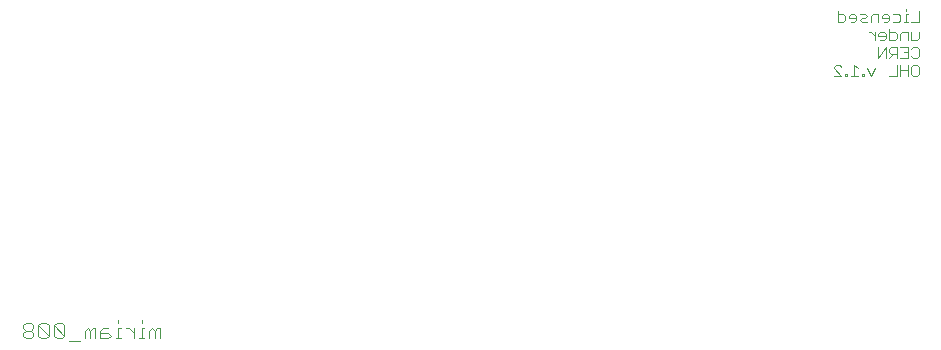
<source format=gbo>
G75*
%MOIN*%
%OFA0B0*%
%FSLAX25Y25*%
%IPPOS*%
%LPD*%
%AMOC8*
5,1,8,0,0,1.08239X$1,22.5*
%
%ADD10C,0.00300*%
%ADD11C,0.00400*%
D10*
X0330075Y0130258D02*
X0332543Y0130258D01*
X0330075Y0132726D01*
X0330075Y0133344D01*
X0330692Y0133961D01*
X0331926Y0133961D01*
X0332543Y0133344D01*
X0333768Y0130875D02*
X0333768Y0130258D01*
X0334385Y0130258D01*
X0334385Y0130875D01*
X0333768Y0130875D01*
X0335599Y0130258D02*
X0338068Y0130258D01*
X0339293Y0130258D02*
X0339910Y0130258D01*
X0339910Y0130875D01*
X0339293Y0130875D01*
X0339293Y0130258D01*
X0336834Y0130258D02*
X0336834Y0133961D01*
X0338068Y0132726D01*
X0341124Y0132726D02*
X0342358Y0130258D01*
X0343593Y0132726D01*
X0344807Y0136258D02*
X0344807Y0139961D01*
X0345424Y0142258D02*
X0346659Y0142258D01*
X0347276Y0142875D01*
X0347276Y0144109D01*
X0346659Y0144726D01*
X0345424Y0144726D01*
X0344807Y0144109D01*
X0344807Y0143492D01*
X0347276Y0143492D01*
X0348490Y0144726D02*
X0350342Y0144726D01*
X0350959Y0144109D01*
X0350959Y0142875D01*
X0350342Y0142258D01*
X0348490Y0142258D01*
X0348490Y0145961D01*
X0347887Y0148258D02*
X0348504Y0148875D01*
X0348504Y0150109D01*
X0347887Y0150726D01*
X0346652Y0150726D01*
X0346035Y0150109D01*
X0346035Y0149492D01*
X0348504Y0149492D01*
X0347887Y0148258D02*
X0346652Y0148258D01*
X0344821Y0148258D02*
X0344821Y0150726D01*
X0342969Y0150726D01*
X0342352Y0150109D01*
X0342352Y0148258D01*
X0341137Y0148258D02*
X0339286Y0148258D01*
X0338669Y0148875D01*
X0339286Y0149492D01*
X0340520Y0149492D01*
X0341137Y0150109D01*
X0340520Y0150726D01*
X0338669Y0150726D01*
X0337454Y0150109D02*
X0336837Y0150726D01*
X0335603Y0150726D01*
X0334986Y0150109D01*
X0334986Y0149492D01*
X0337454Y0149492D01*
X0337454Y0148875D02*
X0337454Y0150109D01*
X0337454Y0148875D02*
X0336837Y0148258D01*
X0335603Y0148258D01*
X0333771Y0148875D02*
X0333771Y0150109D01*
X0333154Y0150726D01*
X0331302Y0150726D01*
X0331302Y0151961D02*
X0331302Y0148258D01*
X0333154Y0148258D01*
X0333771Y0148875D01*
X0341741Y0144726D02*
X0342358Y0144726D01*
X0343593Y0143492D01*
X0343593Y0142258D02*
X0343593Y0144726D01*
X0347276Y0139961D02*
X0344807Y0136258D01*
X0347276Y0136258D02*
X0347276Y0139961D01*
X0348490Y0139344D02*
X0348490Y0138109D01*
X0349108Y0137492D01*
X0350959Y0137492D01*
X0349725Y0137492D02*
X0348490Y0136258D01*
X0350959Y0136258D02*
X0350959Y0139961D01*
X0349108Y0139961D01*
X0348490Y0139344D01*
X0352174Y0139961D02*
X0354642Y0139961D01*
X0354642Y0136258D01*
X0352174Y0136258D01*
X0353408Y0138109D02*
X0354642Y0138109D01*
X0355857Y0136875D02*
X0356474Y0136258D01*
X0357708Y0136258D01*
X0358325Y0136875D01*
X0358325Y0139344D01*
X0357708Y0139961D01*
X0356474Y0139961D01*
X0355857Y0139344D01*
X0355857Y0142258D02*
X0355857Y0144726D01*
X0354642Y0144726D02*
X0352791Y0144726D01*
X0352174Y0144109D01*
X0352174Y0142258D01*
X0354642Y0142258D02*
X0354642Y0144726D01*
X0354642Y0148258D02*
X0353408Y0148258D01*
X0354025Y0148258D02*
X0354025Y0150726D01*
X0354642Y0150726D01*
X0354025Y0151961D02*
X0354025Y0152578D01*
X0351570Y0150726D02*
X0352187Y0150109D01*
X0352187Y0148875D01*
X0351570Y0148258D01*
X0349718Y0148258D01*
X0349718Y0150726D02*
X0351570Y0150726D01*
X0355857Y0148258D02*
X0358325Y0148258D01*
X0358325Y0151961D01*
X0358325Y0144726D02*
X0358325Y0142875D01*
X0357708Y0142258D01*
X0355857Y0142258D01*
X0356474Y0133961D02*
X0355857Y0133344D01*
X0355857Y0130875D01*
X0356474Y0130258D01*
X0357708Y0130258D01*
X0358325Y0130875D01*
X0358325Y0133344D01*
X0357708Y0133961D01*
X0356474Y0133961D01*
X0354642Y0133961D02*
X0354642Y0130258D01*
X0354642Y0132109D02*
X0352174Y0132109D01*
X0352174Y0130258D02*
X0352174Y0133961D01*
X0350959Y0133961D02*
X0350959Y0130258D01*
X0348490Y0130258D01*
D11*
X0060610Y0042709D02*
X0059742Y0043577D01*
X0059742Y0044444D01*
X0060610Y0045311D01*
X0062345Y0045311D01*
X0063212Y0046179D01*
X0063212Y0047046D01*
X0062345Y0047914D01*
X0060610Y0047914D01*
X0059742Y0047046D01*
X0059742Y0046179D01*
X0060610Y0045311D01*
X0062345Y0045311D02*
X0063212Y0044444D01*
X0063212Y0043577D01*
X0062345Y0042709D01*
X0060610Y0042709D01*
X0064899Y0043577D02*
X0065766Y0042709D01*
X0067501Y0042709D01*
X0068369Y0043577D01*
X0064899Y0047046D01*
X0064899Y0043577D01*
X0064899Y0047046D02*
X0065766Y0047914D01*
X0067501Y0047914D01*
X0068369Y0047046D01*
X0068369Y0043577D01*
X0070055Y0043577D02*
X0070923Y0042709D01*
X0072658Y0042709D01*
X0073525Y0043577D01*
X0070055Y0047046D01*
X0070055Y0043577D01*
X0070055Y0047046D02*
X0070923Y0047914D01*
X0072658Y0047914D01*
X0073525Y0047046D01*
X0073525Y0043577D01*
X0075212Y0041842D02*
X0078681Y0041842D01*
X0080368Y0042709D02*
X0080368Y0045311D01*
X0081235Y0046179D01*
X0082103Y0045311D01*
X0082103Y0042709D01*
X0083838Y0042709D02*
X0083838Y0046179D01*
X0082970Y0046179D01*
X0082103Y0045311D01*
X0085524Y0045311D02*
X0085524Y0042709D01*
X0088127Y0042709D01*
X0088994Y0043577D01*
X0088127Y0044444D01*
X0085524Y0044444D01*
X0085524Y0045311D02*
X0086392Y0046179D01*
X0088127Y0046179D01*
X0091564Y0046179D02*
X0091564Y0042709D01*
X0090697Y0042709D02*
X0092432Y0042709D01*
X0096729Y0042709D02*
X0096729Y0046179D01*
X0096729Y0044444D02*
X0094994Y0046179D01*
X0094126Y0046179D01*
X0092432Y0046179D02*
X0091564Y0046179D01*
X0091564Y0047914D02*
X0091564Y0048781D01*
X0099299Y0048781D02*
X0099299Y0047914D01*
X0099299Y0046179D02*
X0099299Y0042709D01*
X0100166Y0042709D02*
X0098431Y0042709D01*
X0101853Y0042709D02*
X0101853Y0045311D01*
X0102720Y0046179D01*
X0103588Y0045311D01*
X0103588Y0042709D01*
X0105323Y0042709D02*
X0105323Y0046179D01*
X0104455Y0046179D01*
X0103588Y0045311D01*
X0100166Y0046179D02*
X0099299Y0046179D01*
M02*

</source>
